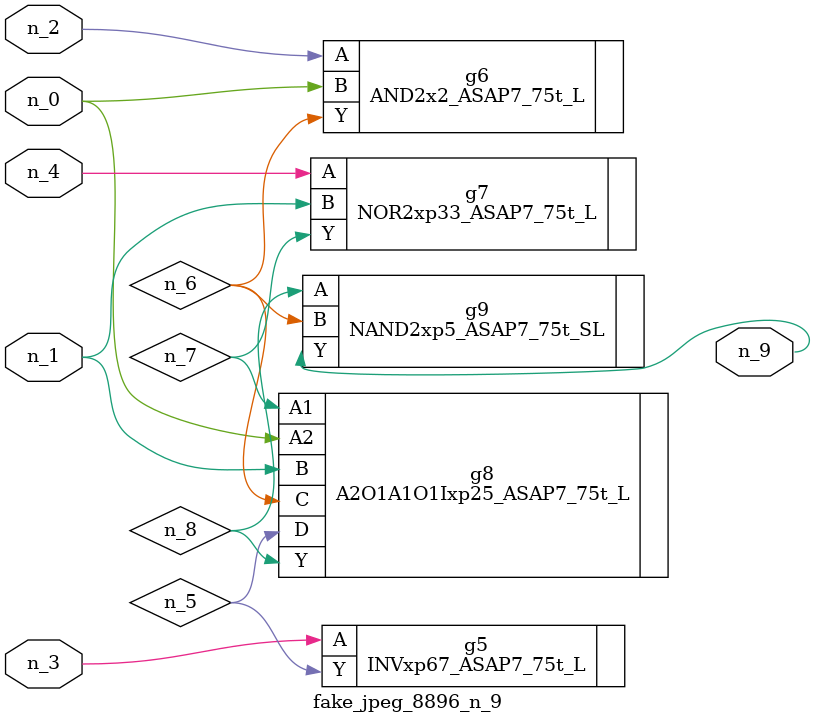
<source format=v>
module fake_jpeg_8896_n_9 (n_3, n_2, n_1, n_0, n_4, n_9);

input n_3;
input n_2;
input n_1;
input n_0;
input n_4;

output n_9;

wire n_8;
wire n_6;
wire n_5;
wire n_7;

INVxp67_ASAP7_75t_L g5 ( 
.A(n_3),
.Y(n_5)
);

AND2x2_ASAP7_75t_L g6 ( 
.A(n_2),
.B(n_0),
.Y(n_6)
);

NOR2xp33_ASAP7_75t_L g7 ( 
.A(n_4),
.B(n_1),
.Y(n_7)
);

A2O1A1O1Ixp25_ASAP7_75t_L g8 ( 
.A1(n_7),
.A2(n_0),
.B(n_1),
.C(n_6),
.D(n_5),
.Y(n_8)
);

NAND2xp5_ASAP7_75t_SL g9 ( 
.A(n_8),
.B(n_6),
.Y(n_9)
);


endmodule
</source>
